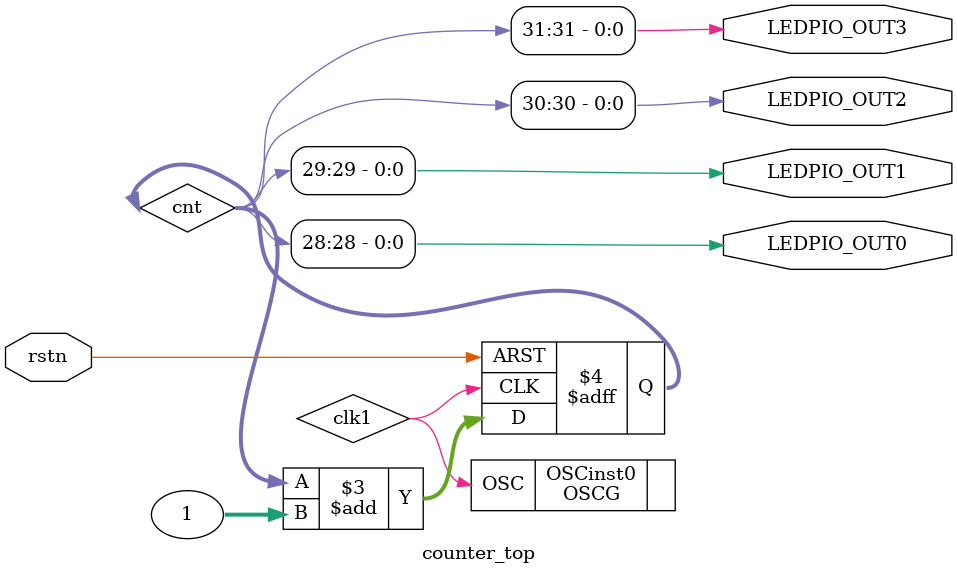
<source format=v>
module counter_top 
 (input rstn, 
  output LEDPIO_OUT0,
  output LEDPIO_OUT1,
  output LEDPIO_OUT2,
  output LEDPIO_OUT3
 );
// ECP5 internal oscillator generates platform clock
wire clk1;
reg [31:0] cnt;

OSCG OSCinst0 (.OSC(clk1));
defparam OSCinst0.DIV = 4 ;   

always@(posedge clk1 or negedge rstn)
 begin 
  if (!rstn)
   cnt = 0;
  else 
   cnt = cnt + 1; 
 end 

assign LEDPIO_OUT0 = cnt[28];
assign LEDPIO_OUT1 = cnt[29];
assign LEDPIO_OUT2 = cnt[30];
assign LEDPIO_OUT3 = cnt[31];

endmodule

</source>
